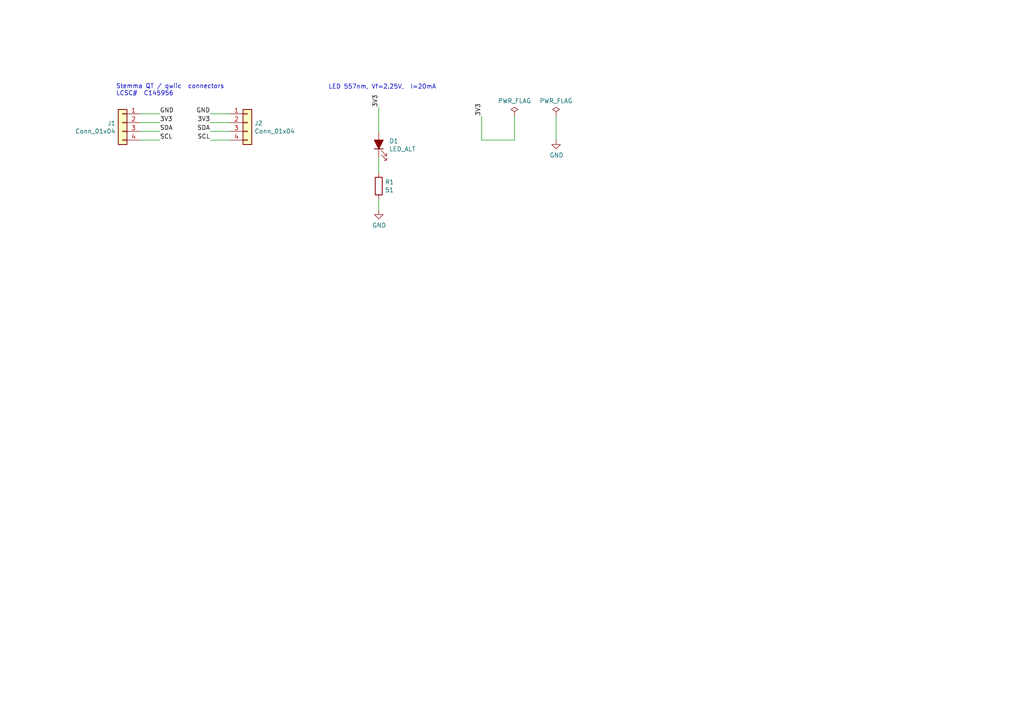
<source format=kicad_sch>
(kicad_sch (version 20230121) (generator eeschema)
  (paper "A4")
  (lib_symbols
    (symbol "Connector_Generic:Conn_01x04" (pin_names (offset 1.016) hide)
      (property "Reference" "J" (at 0 5.08 0))
      (property "Value" "Conn_01x04" (at 0 -7.62 0))
      (symbol "Conn_01x04_1_1"
        (rectangle (start -1.27 -4.953) (end 0 -5.207) (stroke (width 0.1524)))
        (rectangle (start -1.27 -2.413) (end 0 -2.667) (stroke (width 0.1524)))
        (rectangle (start -1.27 0.127) (end 0 -0.127) (stroke (width 0.1524)))
        (rectangle (start -1.27 2.667) (end 0 2.413) (stroke (width 0.1524)))
        (rectangle (start -1.27 3.81) (end 1.27 -6.35) (stroke (width 0.254)) (fill (type background)))
        (pin passive line (at -5.08 2.54 0) (length 3.81) (name "Pin_1") (number "1"))
        (pin passive line (at -5.08 0 0) (length 3.81) (name "Pin_2") (number "2"))
        (pin passive line (at -5.08 -2.54 0) (length 3.81) (name "Pin_3") (number "3"))
        (pin passive line (at -5.08 -5.08 0) (length 3.81) (name "Pin_4") (number "4"))
      )
    )
    (symbol "Device:R" (pin_numbers hide) (pin_names (offset 0))
      (property "Reference" "R" (at 2.032 0 90))
      (property "Value" "R" (at 0 0 90))
      (symbol "R_0_1"
        (rectangle (start -1.016 -2.54) (end 1.016 2.54) (stroke (width 0.254)))
      )
      (symbol "R_1_1"
        (pin passive line (at 0 3.81 270) (length 1.27) (name "~") (number "1"))
        (pin passive line (at 0 -3.81 90) (length 1.27) (name "~") (number "2"))
      )
    )
    (symbol "basic_led-rescue:LED_ALT-Device" (pin_numbers hide) (pin_names (offset 1.016) hide)
      (property "Reference" "D" (at 0 2.54 0))
      (property "Value" "Device_LED_ALT" (at 0 -2.54 0))
      (symbol "LED_ALT-Device_0_1"
        (polyline (pts (xy -1.27 -1.27) (xy -1.27 1.27)) (stroke (width 0.254)))
        (polyline (pts (xy -1.27 0) (xy 1.27 0)))
        (polyline (pts (xy 1.27 -1.27) (xy 1.27 1.27) (xy -1.27 0) (xy 1.27 -1.27)) (stroke (width 0.254)) (fill (type outline)))
        (polyline (pts (xy -3.048 -0.762) (xy -4.572 -2.286) (xy -3.81 -2.286) (xy -4.572 -2.286) (xy -4.572 -1.524)))
        (polyline (pts (xy -1.778 -0.762) (xy -3.302 -2.286) (xy -2.54 -2.286) (xy -3.302 -2.286) (xy -3.302 -1.524)))
      )
      (symbol "LED_ALT-Device_1_1"
        (pin passive line (at -3.81 0 0) (length 2.54) (name "K") (number "1"))
        (pin passive line (at 3.81 0 180) (length 2.54) (name "A") (number "2"))
      )
    )
    (symbol "power:GND" (power) (pin_names (offset 0))
      (property "Value" "GND" (at 0 -3.81 0))
      (symbol "GND_0_1"
        (polyline (pts (xy 0 0) (xy 0 -1.27) (xy 1.27 -1.27) (xy 0 -2.54) (xy -1.27 -1.27) (xy 0 -1.27)))
      )
      (symbol "GND_1_1"
        (pin power_in line (at 0 0 270) (length 0) hide (name "GND") (number "1"))
      )
    )
    (symbol "power:PWR_FLAG" (power) (pin_numbers hide) (pin_names (offset 0) hide)
      (property "Value" "PWR_FLAG" (at 0 3.81 0))
      (symbol "PWR_FLAG_0_0"
        (pin power_out line (at 0 0 90) (length 0) (name "pwr") (number "1"))
      )
      (symbol "PWR_FLAG_0_1"
        (polyline (pts (xy 0 0) (xy 0 1.27) (xy -1.016 1.905) (xy 0 2.54) (xy 1.016 1.905) (xy 0 1.27)))
      )
    )
  )
  (wire (pts (xy 109.855 38.1) (xy 109.855 31.115)))
  (wire (pts (xy 40.64 35.56) (xy 46.355 35.56)))
  (wire (pts (xy 66.675 38.1) (xy 60.96 38.1)))
  (wire (pts (xy 66.675 35.56) (xy 60.96 35.56)))
  (wire (pts (xy 40.64 33.02) (xy 46.355 33.02)))
  (wire (pts (xy 66.675 33.02) (xy 60.96 33.02)))
  (wire (pts (xy 149.225 40.64) (xy 139.7 40.64)))
  (wire (pts (xy 149.225 33.655) (xy 149.225 40.64)))
  (wire (pts (xy 66.675 40.64) (xy 60.96 40.64)))
  (wire (pts (xy 139.7 40.64) (xy 139.7 33.655)))
  (wire (pts (xy 109.855 60.96) (xy 109.855 57.785)))
  (wire (pts (xy 40.64 38.1) (xy 46.355 38.1)))
  (wire (pts (xy 161.29 33.655) (xy 161.29 40.64)))
  (wire (pts (xy 109.855 45.72) (xy 109.855 50.165)))
  (wire (pts (xy 40.64 40.64) (xy 46.355 40.64)))
  (text "Stemma QT / qwiic  connectors\nLCSC#  C145956" (at 33.655 27.94 0) (effects (font (size 1.27 1.27)) (justify left bottom)))
  (text "LED 557nm, Vf=2.25V,  I=20mA" (at 95.25 26.035 0) (effects (font (size 1.27 1.27)) (justify left bottom)))
  (label "SCL" (at 46.355 40.64 0))
  (label "SCL" (at 60.96 40.64 180))
  (label "SDA" (at 60.96 38.1 180))
  (label "3V3" (at 139.7 33.655 90))
  (label "3V3" (at 109.855 31.115 90))
  (label "3V3" (at 60.96 35.56 180))
  (label "3V3" (at 46.355 35.56 0))
  (label "GND" (at 46.355 33.02 0))
  (label "GND" (at 60.96 33.02 180))
  (label "SDA" (at 46.355 38.1 0))
  (symbol (lib_id "Connector_Generic:Conn_01x04") (at 35.56 35.56 0) (mirror y) (unit 1)
    (property "Reference" "J1" (at 33.528 35.7632 0) (effects (justify left)))
    (property "Value" "Conn_01x04" (at 33.528 38.0746 0) (effects (justify left)))
    (property "Footprint" "BOOMELE_SH_SMD:BOOMELE_SMD_SH_4PIN_RT" (effects hide))
  )
  (symbol (lib_id "Connector_Generic:Conn_01x04") (at 71.755 35.56 0) (unit 1)
    (property "Reference" "J2" (at 73.787 35.7632 0) (effects (justify left)))
    (property "Value" "Conn_01x04" (at 73.787 38.0746 0) (effects (justify left)))
    (property "Footprint" "BOOMELE_SH_SMD:BOOMELE_SMD_SH_4PIN_RT" (effects hide))
  )
  (symbol (lib_id "basic_led-rescue:LED_ALT-Device") (at 109.855 41.91 90) (unit 1)
    (property "Reference" "D1" (at 112.8522 40.9194 90) (effects (justify right)))
    (property "Value" "LED_ALT" (at 112.8522 43.2308 90) (effects (justify right)))
    (property "Footprint" "LED_SMD:LED_0603_1608Metric" (effects hide))
  )
  (symbol (lib_id "Device:R") (at 109.855 53.975 0) (unit 1)
    (property "Reference" "R1" (at 111.633 52.8066 0) (effects (justify left)))
    (property "Value" "51" (at 111.633 55.118 0) (effects (justify left)))
    (property "Footprint" "Resistor_SMD:R_0603_1608Metric" (effects hide))
  )
  (symbol (lib_id "power:GND") (at 109.855 60.96 0) (unit 1)
    (property "Reference" "#PWR08" (effects hide))
    (property "Value" "GND" (at 109.982 65.3542 0))
  )
  (symbol (lib_id "power:PWR_FLAG") (at 161.29 33.655 0) (unit 1)
    (property "Reference" "#FLG0101" (effects hide))
    (property "Value" "PWR_FLAG" (at 161.29 29.2608 0))
  )
  (symbol (lib_id "power:PWR_FLAG") (at 149.225 33.655 0) (unit 1)
    (property "Reference" "#FLG0102" (effects hide))
    (property "Value" "PWR_FLAG" (at 149.225 29.2608 0))
  )
  (symbol (lib_id "power:GND") (at 161.29 40.64 0) (unit 1)
    (property "Reference" "#PWR0101" (effects hide))
    (property "Value" "GND" (at 161.417 45.0342 0))
  )
)
</source>
